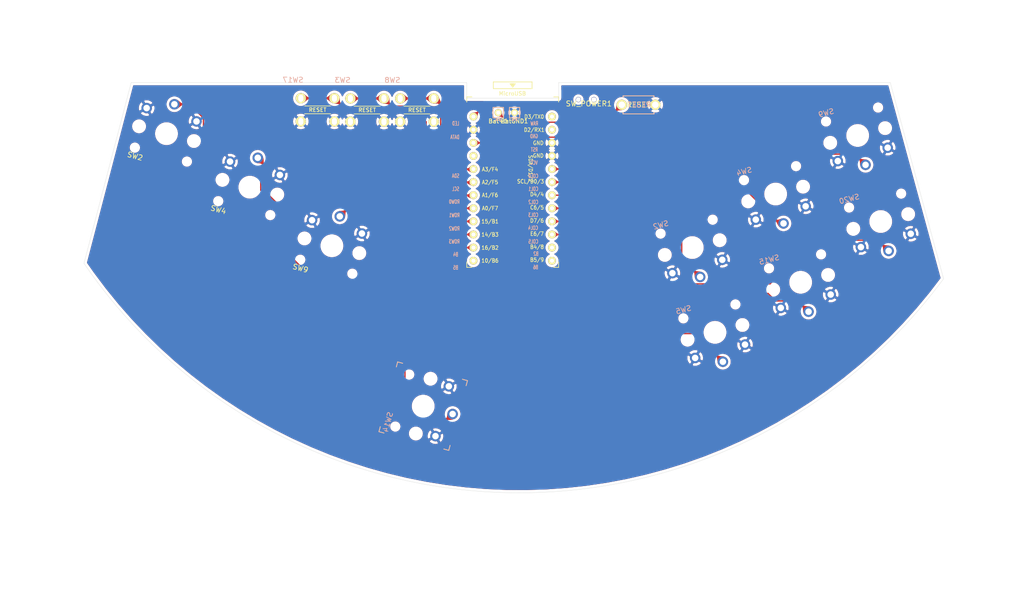
<source format=kicad_pcb>
(kicad_pcb (version 20210925) (generator pcbnew)
  (layers (0 "F.Cu" signal) (31 "B.Cu" signal) (34 "B.Paste" user) (35 "F.Paste" user) (36 "B.SilkS" user "B.Silkscreen") (37 "F.SilkS" user "F.Silkscreen") (38 "B.Mask" user) (39 "F.Mask" user) (44 "Edge.Cuts" user))
  (net 0 "")
  (net 1 "BT+")
  (net 2 "gnd")
  (net 3 "vcc")
  (net 4 "Switch18")
  (net 5 "reset")
  (net 6 "Switch1")
  (net 7 "Switch2")
  (net 8 "Switch3")
  (net 9 "Switch4")
  (net 10 "Switch5")
  (net 11 "Switch6")
  (net 12 "Switch7")
  (net 13 "Switch8")
  (net 14 "Switch9")
  (net 15 "Switch10")
  (net 16 "Switch11")
  (net 17 "Switch12")
  (net 18 "Switch13")
  (net 19 "Switch14")
  (net 20 "Switch15")
  (net 21 "Switch16")
  (net 22 "Switch17")
  (net 23 "Net-(SW_POWER1-Pad1)")
  (net 24 "raw")
  (footprint "kbd:1pin_conn" (layer "F.Cu") (at 104.902 67.31)
    (fp_text reference "Bat+1")
    (fp_text value "MountingHole_Pad" hide)
  )
  (footprint "kbd:1pin_conn" (layer "F.Cu") (at 108.052 67.31)
    (fp_text reference "BatGND1")
    (fp_text value "MountingHole_Pad" hide)
  )
  (footprint "kbd:ResetSW" (layer "F.Cu") (at 132.08 65.786)
    (fp_text reference "RSW1" hide)
    (fp_text value "SW_Push")
  )
  (footprint "Kailh:SW_PG1350_rev_DPB" (layer "F.Cu") (at 142.482497 93.462938 15)
    (fp_text reference "SW2" hide)
    (fp_text value "SW_Push" hide)
  )
  (footprint "kbd:ResetSW_4" (layer "F.Cu") (at 79.502 66.802)
    (fp_text reference "SW3" hide)
    (fp_text value "SW_Push" hide)
  )
  (footprint "Kailh:SW_PG1350_rev_DPB" (layer "F.Cu") (at 158.635327 83.086717 15)
    (fp_text reference "SW4" hide)
    (fp_text value "SW_Push" hide)
  )
  (footprint "Kailh:SW_PG1350_rev_DPB" (layer "F.Cu") (at 146.887079 109.901064 15)
    (fp_text reference "SW5" hide)
    (fp_text value "SW_Push" hide)
  )
  (footprint "kbd:ResetSW_4" (layer "F.Cu") (at 89.154 66.802)
    (fp_text reference "SW8" hide)
    (fp_text value "SW_Push" hide)
  )
  (footprint "Kailh:SW_PG1350_rev_DPB" (layer "F.Cu") (at 174.525198 71.729115 15)
    (fp_text reference "SW9" hide)
    (fp_text value "SW_Push" hide)
  )
  (footprint "Kailh:SW_PG1350_15_reversible_b2" (layer "F.Cu") (at 90.359769 124.210602 75)
    (fp_text reference "SW14" hide)
    (fp_text value "SW_Push" hide)
  )
  (footprint "Kailh:SW_PG1350_rev_DPB" (layer "F.Cu") (at 163.482475 100.195138 15)
    (fp_text reference "SW15" hide)
    (fp_text value "SW_Push" hide)
  )
  (footprint "kbd:ResetSW_4" (layer "F.Cu") (at 69.902 66.766)
    (fp_text reference "SW17" hide)
    (fp_text value "SW_Push" hide)
  )
  (footprint "Kailh:SW_PG1350_rev_DPB" (layer "F.Cu") (at 178.99552 88.412586 15)
    (fp_text reference "SW20" hide)
    (fp_text value "SW_Push" hide)
  )
  (footprint "Kailh:SPDT_C128955" (layer "F.Cu") (at 121.92 64.77)
    (fp_text reference "SW_POWER1")
    (fp_text value "SW_SPDT")
  )
  (footprint "kbd:ProMicro_v3" (layer "F.Cu") (at 107.696 82.55)
    (fp_text reference "U1" hide)
    (fp_text value "ProMicro-kbd" hide)
  )
  (footprint "Kailh:SW_PG1350_rev_DPB" (layer "B.Cu") (at 56.781327 81.759283 -15)
    (fp_text reference "SW4" hide)
    (fp_text value "SW_Push" hide)
  )
  (footprint "Kailh:SW_PG1350_rev_DPB" (layer "B.Cu") (at 72.671198 93.116885 -15)
    (fp_text reference "SW9" hide)
    (fp_text value "SW_Push" hide)
  )
  (footprint "Kailh:SW_PG1350_rev_DPB" (layer "B.Cu") (at 40.628497 71.383062 -15)
    (fp_text reference "SW2" hide)
    (fp_text value "SW_Push" hide)
  )
  (gr_line (start 116.586 61.468) (end 180.848 61.468) (layer "Edge.Cuts") (width 0.05))
  (gr_line (start 180.848 61.468) (end 191.174629 99.50355) (layer "Edge.Cuts") (width 0.05))
  (gr_line (start 33.782 61.468) (end 24.638 96.52) (layer "Edge.Cuts") (width 0.05))
  (gr_line (start 98.806 61.468) (end 98.806 64.516) (layer "Edge.Cuts") (width 0.05))
  (gr_arc (start 108.965999 38.862001) (end 24.638 96.52) (angle -109.2237194) (layer "Edge.Cuts") (width 0.05))
  (gr_line (start 98.806 61.468) (end 33.782 61.468) (layer "Edge.Cuts") (width 0.05))
  (gr_line (start 98.806 64.516) (end 116.586 64.516) (layer "Edge.Cuts") (width 0.05))
  (gr_line (start 116.586 64.516) (end 116.586 61.468) (layer "Edge.Cuts") (width 0.05))
  (segment (start 104.902 67.31) (end 106.751001 69.159001) (width 0.25) (layer "F.Cu") (net 1))
  (segment (start 106.751001 69.159001) (end 118.689001 69.159001) (width 0.25) (layer "F.Cu") (net 1))
  (segment (start 118.689001 69.159001) (end 119.054999 69.159001) (width 0.25) (layer "F.Cu") (net 1))
  (segment (start 119.730999 69.159001) (end 118.689001 69.159001) (width 0.25) (layer "F.Cu") (net 1))
  (segment (start 121.17 66.845) (end 121.17 67.72) (width 0.25) (layer "F.Cu") (net 1))
  (segment (start 121.17 67.72) (end 119.730999 69.159001) (width 0.25) (layer "F.Cu") (net 1))
  (segment (start 100.0874 73.152) (end 104.394 73.152) (width 0.25) (layer "F.Cu") (net 5))
  (segment (start 122.551001 72.064999) (end 128.83 65.786) (width 0.25) (layer "F.Cu") (net 5))
  (segment (start 104.394 73.152) (end 105.481001 72.064999) (width 0.25) (layer "F.Cu") (net 5))
  (segment (start 105.481001 72.064999) (end 122.551001 72.064999) (width 0.25) (layer "F.Cu") (net 5))
  (segment (start 119.126 88.392) (end 133.096 102.362) (width 0.25) (layer "F.Cu") (net 6))
  (segment (start 158.629656 103.81875) (end 162.934157 103.81875) (width 0.25) (layer "F.Cu") (net 6))
  (segment (start 115.3074 88.392) (end 119.126 88.392) (width 0.25) (layer "F.Cu") (net 6))
  (segment (start 157.172906 102.362) (end 158.629656 103.81875) (width 0.25) (layer "F.Cu") (net 6))
  (segment (start 162.934157 103.81875) (end 165.009507 105.8941) (width 0.25) (layer "F.Cu") (net 6))
  (segment (start 133.096 102.362) (end 157.172906 102.362) (width 0.25) (layer "F.Cu") (net 6))
  (segment (start 98.298 85.852) (end 75.764153 85.852) (width 0.25) (layer "F.Cu") (net 7))
  (segment (start 100.0874 85.852) (end 98.298 85.852) (width 0.25) (layer "F.Cu") (net 7))
  (segment (start 98.8174 85.852) (end 98.298 85.852) (width 0.25) (layer "F.Cu") (net 7))
  (segment (start 75.764153 85.852) (end 74.19823 87.417923) (width 0.25) (layer "F.Cu") (net 7))
  (segment (start 73.152 64.516) (end 66.652 64.516) (width 0.25) (layer "F.Cu") (net 8))
  (segment (start 75.184 66.548) (end 73.152 64.516) (width 0.25) (layer "F.Cu") (net 8))
  (segment (start 89.662 74.1566) (end 89.662 69.088) (width 0.25) (layer "F.Cu") (net 8))
  (segment (start 98.8174 83.312) (end 89.662 74.1566) (width 0.25) (layer "F.Cu") (net 8))
  (segment (start 87.122 66.548) (end 75.184 66.548) (width 0.25) (layer "F.Cu") (net 8))
  (segment (start 100.0874 83.312) (end 98.8174 83.312) (width 0.25) (layer "F.Cu") (net 8))
  (segment (start 89.662 69.088) (end 87.122 66.548) (width 0.25) (layer "F.Cu") (net 8))
  (segment (start 87.884 66.04) (end 84.24 66.04) (width 0.25) (layer "F.Cu") (net 9))
  (segment (start 98.8174 80.772) (end 90.932 72.8866) (width 0.25) (layer "F.Cu") (net 9))
  (segment (start 90.932 69.088) (end 87.884 66.04) (width 0.25) (layer "F.Cu") (net 9))
  (segment (start 90.932 72.8866) (end 90.932 69.088) (width 0.25) (layer "F.Cu") (net 9))
  (segment (start 76.252 64.552) (end 82.752 64.552) (width 0.25) (layer "F.Cu") (net 9))
  (segment (start 84.24 66.04) (end 82.752 64.552) (width 0.25) (layer "F.Cu") (net 9))
  (segment (start 100.0874 80.772) (end 98.8174 80.772) (width 0.25) (layer "F.Cu") (net 9))
  (segment (start 85.904 64.552) (end 92.404 64.552) (width 0.25) (layer "F.Cu") (net 10))
  (segment (start 93.729001 73.143601) (end 93.729001 65.877001) (width 0.25) (layer "F.Cu") (net 10))
  (segment (start 98.8174 78.232) (end 93.729001 73.143601) (width 0.25) (layer "F.Cu") (net 10))
  (segment (start 93.729001 65.877001) (end 92.404 64.552) (width 0.25) (layer "F.Cu") (net 10))
  (segment (start 100.0874 78.232) (end 98.8174 78.232) (width 0.25) (layer "F.Cu") (net 10))
  (segment (start 65.024 95.518759) (end 65.024 87.853203) (width 0.25) (layer "F.Cu") (net 11))
  (segment (start 98.8174 88.392) (end 98.552 88.392) (width 0.25) (layer "F.Cu") (net 11))
  (segment (start 76.454 100.838) (end 70.343241 100.838) (width 0.25) (layer "F.Cu") (net 11))
  (segment (start 98.552 88.392) (end 88.9 88.392) (width 0.25) (layer "F.Cu") (net 11))
  (segment (start 59.324358 82.153561) (end 59.324358 77.07632) (width 0.25) (layer "F.Cu") (net 11))
  (segment (start 100.0874 88.392) (end 98.552 88.392) (width 0.25) (layer "F.Cu") (net 11))
  (segment (start 59.324358 77.07632) (end 58.308359 76.060321) (width 0.25) (layer "F.Cu") (net 11))
  (segment (start 88.9 88.392) (end 76.454 100.838) (width 0.25) (layer "F.Cu") (net 11))
  (segment (start 70.343241 100.838) (end 65.024 95.518759) (width 0.25) (layer "F.Cu") (net 11))
  (segment (start 65.024 87.853203) (end 59.324358 82.153561) (width 0.25) (layer "F.Cu") (net 11))
  (segment (start 88.392 90.932) (end 98.298 90.932) (width 0.25) (layer "F.Cu") (net 12))
  (segment (start 47.78264 72.42064) (end 52.10064 72.42064) (width 0.25) (layer "F.Cu") (net 12))
  (segment (start 98.298 90.932) (end 98.8174 90.932) (width 0.25) (layer "F.Cu") (net 12))
  (segment (start 58.874349 82.339962) (end 64.57399 88.039603) (width 0.25) (layer "F.Cu") (net 12))
  (segment (start 64.57399 88.039603) (end 64.57399 95.70516) (width 0.25) (layer "F.Cu") (net 12))
  (segment (start 47.78264 68.362958) (end 47.78264 72.42064) (width 0.25) (layer "F.Cu") (net 12))
  (segment (start 45.103782 65.6841) (end 47.78264 68.362958) (width 0.25) (layer "F.Cu") (net 12))
  (segment (start 75.49599 101.28801) (end 78.03599 101.28801) (width 0.25) (layer "F.Cu") (net 12))
  (segment (start 100.0874 90.932) (end 98.298 90.932) (width 0.25) (layer "F.Cu") (net 12))
  (segment (start 52.10064 72.42064) (end 58.874348 79.194348) (width 0.25) (layer "F.Cu") (net 12))
  (segment (start 78.03599 101.28801) (end 88.392 90.932) (width 0.25) (layer "F.Cu") (net 12))
  (segment (start 58.874348 79.194348) (end 58.874349 82.339962) (width 0.25) (layer "F.Cu") (net 12))
  (segment (start 75.493415 101.290585) (end 75.49599 101.28801) (width 0.25) (layer "F.Cu") (net 12))
  (segment (start 64.57399 95.70516) (end 70.159415 101.290585) (width 0.25) (layer "F.Cu") (net 12))
  (segment (start 42.155529 65.6841) (end 45.103782 65.6841) (width 0.25) (layer "F.Cu") (net 12))
  (segment (start 70.159415 101.290585) (end 75.493415 101.290585) (width 0.25) (layer "F.Cu") (net 12))
  (segment (start 86.833615 102.650385) (end 86.833615 125.949615) (width 0.25) (layer "F.Cu") (net 13))
  (segment (start 87.637633 126.753633) (end 95.042732 126.753633) (width 0.25) (layer "F.Cu") (net 13))
  (segment (start 95.042732 126.753633) (end 96.058731 125.737634) (width 0.25) (layer "F.Cu") (net 13))
  (segment (start 98.552 93.472) (end 96.012 93.472) (width 0.25) (layer "F.Cu") (net 13))
  (segment (start 86.833615 125.949615) (end 87.637633 126.753633) (width 0.25) (layer "F.Cu") (net 13))
  (segment (start 96.012 93.472) (end 86.833615 102.650385) (width 0.25) (layer "F.Cu") (net 13))
  (segment (start 98.8174 93.472) (end 98.552 93.472) (width 0.25) (layer "F.Cu") (net 13))
  (segment (start 100.0874 93.472) (end 98.552 93.472) (width 0.25) (layer "F.Cu") (net 13))
  (segment (start 145.288 78.232) (end 148.167273 75.352727) (width 0.25) (layer "F.Cu") (net 16))
  (segment (start 173.97688 75.352727) (end 176.05223 77.428077) (width 0.25) (layer "F.Cu") (net 16))
  (segment (start 148.167273 75.352727) (end 173.97688 75.352727) (width 0.25) (layer "F.Cu") (net 16))
  (segment (start 117.094 78.232) (end 145.288 78.232) (width 0.25) (layer "F.Cu") (net 16))
  (segment (start 115.3074 78.232) (end 117.094 78.232) (width 0.25) (layer "F.Cu") (net 16))
  (segment (start 159.338526 88.785679) (end 160.162359 88.785679) (width 0.25) (layer "F.Cu") (net 17))
  (segment (start 151.324847 80.772) (end 159.338526 88.785679) (width 0.25) (layer "F.Cu") (net 17))
  (segment (start 116.84 80.772) (end 151.324847 80.772) (width 0.25) (layer "F.Cu") (net 17))
  (segment (start 115.3074 80.772) (end 116.84 80.772) (width 0.25) (layer "F.Cu") (net 17))
  (segment (start 140.442996 89.134996) (end 140.442996 95.595367) (width 0.25) (layer "F.Cu") (net 18))
  (segment (start 140.442996 95.595367) (end 144.009529 99.1619) (width 0.25) (layer "F.Cu") (net 18))
  (segment (start 115.3074 83.312) (end 134.62 83.312) (width 0.25) (layer "F.Cu") (net 18))
  (segment (start 134.62 83.312) (end 140.442996 89.134996) (width 0.25) (layer "F.Cu") (net 18))
  (segment (start 166.011994 92.036198) (end 178.447202 92.036198) (width 0.25) (layer "F.Cu") (net 19))
  (segment (start 178.447202 92.036198) (end 180.522552 94.111548) (width 0.25) (layer "F.Cu") (net 19))
  (segment (start 118.364 85.852) (end 133.014901 100.502901) (width 0.25) (layer "F.Cu") (net 19))
  (segment (start 115.3074 85.852) (end 118.364 85.852) (width 0.25) (layer "F.Cu") (net 19))
  (segment (start 133.014901 100.502901) (end 157.545291 100.502901) (width 0.25) (layer "F.Cu") (net 19))
  (segment (start 157.545291 100.502901) (end 166.011994 92.036198) (width 0.25) (layer "F.Cu") (net 19))
  (segment (start 115.3074 90.932) (end 120.65 90.932) (width 0.25) (layer "F.Cu") (net 20))
  (segment (start 142.962753 110.148668) (end 148.414111 115.600026) (width 0.25) (layer "F.Cu") (net 20))
  (segment (start 120.65 90.932) (end 139.866668 110.148668) (width 0.25) (layer "F.Cu") (net 20))
  (segment (start 139.866668 110.148668) (end 142.962753 110.148668) (width 0.25) (layer "F.Cu") (net 20))
  (segment (start 100.0874 68.072) (end 102.3734 65.786) (width 0.25) (layer "F.Cu") (net 24))
  (segment (start 117.709998 66.845) (end 119.67 66.845) (width 0.25) (layer "F.Cu") (net 24))
  (segment (start 116.650998 65.786) (end 117.709998 66.845) (width 0.25) (layer "F.Cu") (net 24))
  (segment (start 102.3734 65.786) (end 116.650998 65.786) (width 0.25) (layer "F.Cu") (net 24))
  (zone (net 2) (net_name "gnd") (layer "F.Cu") (connect_pads (clearance 0.508)) (min_thickness 0.254) (fill yes (thermal_gap 0.508) (thermal_bridge_width 0.508))
    (polygon (pts (xy 206.756 116.332) (xy 170.18 155.956) (xy 107.696 162.052) (xy 15.494 129.286) (xy 15.494 51.054) (xy 188.722 45.466)))
  )
  (zone (net 12) (net_name "Switch7") (layer "F.Cu") (priority 16962) (connect_pads yes (clearance 0.2)) (min_thickness 0.0254) (fill yes (thermal_gap 0.508) (thermal_bridge_width 0.508))
    (polygon (pts (xy 98.5654 91.057) (xy 98.744465 91.065887) (xy 98.891671 91.091093) (xy 99.013959 91.130431) (xy 99.11827 91.181713) (xy 99.211542 91.242754) (xy 99.300717 91.311366) (xy 99.392735 91.385364) (xy 99.494537 91.462559) (xy 99.613062 91.540767) (xy 99.755252 91.6178) (xy 100.4684 90.932) (xy 99.755252 90.2462) (xy 99.613062 90.323232) (xy 99.494537 90.40144) (xy 99.392735 90.478635) (xy 99.300717 90.552633) (xy 99.211542 90.621245) (xy 99.11827 90.682286) (xy 99.013959 90.733568) (xy 98.891671 90.772906) (xy 98.744465 90.798112) (xy 98.5654 90.807)))
  )
  (zone (net 18) (net_name "Switch13") (layer "F.Cu") (priority 16962) (connect_pads yes (clearance 0.2)) (min_thickness 0.0254) (fill yes (thermal_gap 0.508) (thermal_bridge_width 0.508))
    (polygon (pts (xy 142.488544 97.817691) (xy 142.649298 97.996661) (xy 142.762397 98.161272) (xy 142.83699 98.315974) (xy 142.882231 98.465218) (xy 142.907272 98.613456) (xy 142.921265 98.765137) (xy 142.933362 98.924714) (xy 142.952715 99.096637) (xy 142.988477 99.285357) (xy 143.049799 99.495326) (xy 144.368739 99.52111) (xy 144.342955 98.20217) (xy 144.132986 98.140848) (xy 143.944266 98.105086) (xy 143.772343 98.085733) (xy 143.612766 98.073636) (xy 143.461085 98.059643) (xy 143.312847 98.034602) (xy 143.163603 97.989361) (xy 143.008901 97.914768) (xy 142.84429 97.801669) (xy 142.66532 97.640915)))
  )
  (zone (net 5) (net_name "reset") (layer "F.Cu") (priority 16962) (connect_pads yes (clearance 0.2)) (min_thickness 0.0254) (fill yes (thermal_gap 0.508) (thermal_bridge_width 0.508))
    (polygon (pts (xy 127.511247 67.28153) (xy 127.686945 67.123719) (xy 127.848557 67.012692) (xy 128.000448 66.939464) (xy 128.146982 66.895053) (xy 128.292526 66.870473) (xy 128.441444 66.856741) (xy 128.598103 66.844874) (xy 128.766867 66.825886) (xy 128.952103 66.790795) (xy 129.158175 66.730616) (xy 129.183553 65.432447) (xy 127.885384 65.457825) (xy 127.825204 65.663896) (xy 127.790113 65.849132) (xy 127.771125 66.017896) (xy 127.759258 66.174555) (xy 127.745526 66.323473) (xy 127.720946 66.469017) (xy 127.676535 66.615551) (xy 127.603307 66.767442) (xy 127.49228 66.929054) (xy 127.33447 67.104753)))
  )
  (zone (net 12) (net_name "Switch7") (layer "F.Cu") (priority 16962) (connect_pads yes (clearance 0.2)) (min_thickness 0.0254) (fill yes (thermal_gap 0.508) (thermal_bridge_width 0.508))
    (polygon (pts (xy 44.181529 65.5591) (xy 43.941306 65.546219) (xy 43.744936 65.509794) (xy 43.582799 65.453149) (xy 43.445277 65.379608) (xy 43.322751 65.292495) (xy 43.205601 65.195134) (xy 43.084209 65.09085) (xy 42.948956 64.982967) (xy 42.790224 64.874808) (xy 42.598393 64.7697) (xy 41.647529 65.6841) (xy 42.598393 66.5985) (xy 42.790224 66.493391) (xy 42.948956 66.385232) (xy 43.084209 66.277349) (xy 43.205601 66.173065) (xy 43.322751 66.075704) (xy 43.445277 65.988591) (xy 43.582799 65.91505) (xy 43.744936 65.858405) (xy 43.941306 65.82198) (xy 44.181529 65.8091)))
  )
  (zone (net 9) (net_name "Switch4") (layer "F.Cu") (priority 16962) (connect_pads yes (clearance 0.2)) (min_thickness 0.0254) (fill yes (thermal_gap 0.508) (thermal_bridge_width 0.508))
    (polygon (pts (xy 98.54375 80.675127) (xy 98.686159 80.813485) (xy 98.810708 80.925774) (xy 98.922322 81.016763) (xy 99.025927 81.091219) (xy 99.126451 81.153911) (xy 99.228818 81.209608) (xy 99.337955 81.263076) (xy 99.458789 81.319086) (xy 99.596246 81.382404) (xy 99.755252 81.4578) (xy 100.4684 80.772) (xy 99.755252 80.0862) (xy 99.629688 80.160303) (xy 99.516004 80.24893) (xy 99.411585 80.343894) (xy 99.313818 80.437007) (xy 99.220089 80.520083) (xy 99.127784 80.584935) (xy 99.03429 80.623374) (xy 98.936991 80.627215) (xy 98.833274 80.588269) (xy 98.720527 80.49835)))
  )
  (zone (net 8) (net_name "Switch3") (layer "F.Cu") (priority 16962) (connect_pads yes (clearance 0.2)) (min_thickness 0.0254) (fill yes (thermal_gap 0.508) (thermal_bridge_width 0.508))
    (polygon (pts (xy 71.162 64.641) (xy 71.397827 64.653648) (xy 71.590612 64.689417) (xy 71.749794 64.74504) (xy 71.884813 64.817252) (xy 72.005109 64.902787) (xy 72.12012 64.998379) (xy 72.239287 65.100762) (xy 72.372047 65.20667) (xy 72.527842 65.312838) (xy 72.716111 65.416) (xy 73.652 64.516) (xy 72.716111 63.616) (xy 72.527842 63.719161) (xy 72.372047 63.825329) (xy 72.239287 63.931237) (xy 72.12012 64.03362) (xy 72.005109 64.129212) (xy 71.884813 64.214747) (xy 71.749794 64.286959) (xy 71.590612 64.342582) (xy 71.397827 64.378351) (xy 71.162 64.391)))
  )
  (zone (net 13) (net_name "Switch8") (layer "F.Cu") (priority 16962) (connect_pads yes (clearance 0.2)) (min_thickness 0.0254) (fill yes (thermal_gap 0.508) (thermal_bridge_width 0.508))
    (polygon (pts (xy 94.443572 126.878633) (xy 94.713797 126.881239) (xy 94.943353 126.887093) (xy 95.14121 126.893249) (xy 95.316339 126.896762) (xy 95.477711 126.894686) (xy 95.634294 126.884075) (xy 95.79506 126.861983) (xy 95.968979 126.825464) (xy 96.165021 126.771573) (xy 96.392157 126.697364) (xy 96.417941 125.378424) (xy 95.099001 125.404208) (xy 95.050335 125.579711) (xy 95.019969 125.75471) (xy 94.999632 125.924971) (xy 94.981057 126.086262) (xy 94.955976 126.234352) (xy 94.916119 126.365006) (xy 94.853218 126.473994) (xy 94.759006 126.557083) (xy 94.625213 126.61004) (xy 94.443572 126.628633)))
  )
  (zone (net 8) (net_name "Switch3") (layer "F.Cu") (priority 16962) (connect_pads yes (clearance 0.2)) (min_thickness 0.0254) (fill yes (thermal_gap 0.508) (thermal_bridge_width 0.508))
    (polygon (pts (xy 68.642 64.391) (xy 68.406172 64.378351) (xy 68.213387 64.342582) (xy 68.054205 64.286959) (xy 67.919186 64.214747) (xy 67.79889 64.129212) (xy 67.683879 64.03362) (xy 67.564712 63.931237) (xy 67.431952 63.825329) (xy 67.276157 63.719161) (xy 67.087889 63.616) (xy 66.152 64.516) (xy 67.087889 65.416) (xy 67.276157 65.312838) (xy 67.431952 65.20667) (xy 67.564712 65.100762) (xy 67.683879 64.998379) (xy 67.79889 64.902787) (xy 67.919186 64.817252) (xy 68.054205 64.74504) (xy 68.213387 64.689417) (xy 68.406172 64.653648) (xy 68.642 64.641)))
  )
  (zone (net 11) (net_name "Switch6") (layer "F.Cu") (priority 16962) (connect_pads yes (clearance 0.2)) (min_thickness 0.0254) (fill yes (thermal_gap 0.508) (thermal_bridge_width 0.508))
    (polygon (pts (xy 98.5654 88.517) (xy 98.744465 88.525887) (xy 98.891671 88.551093) (xy 99.013959 88.590431) (xy 99.11827 88.641713) (xy 99.211542 88.702754) (xy 99.300717 88.771366) (xy 99.392735 88.845364) (xy 99.494537 88.922559) (xy 99.613062 89.000767) (xy 99.755252 89.0778) (xy 100.4684 88.392) (xy 99.755252 87.7062) (xy 99.613062 87.783232) (xy 99.494537 87.86144) (xy 99.392735 87.938635) (xy 99.300717 88.012633) (xy 99.211542 88.081245) (xy 99.11827 88.142286) (xy 99.013959 88.193568) (xy 98.891671 88.232906) (xy 98.744465 88.258112) (xy 98.5654 88.267)))
  )
  (zone (net 24) (net_name "raw") (layer "F.Cu") (priority 16962) (connect_pads yes (clearance 0.2)) (min_thickness 0.0254) (fill yes (thermal_gap 0.508) (thermal_bridge_width 0.508))
    (polygon (pts (xy 101.075228 66.907396) (xy 100.942325 67.027729) (xy 100.820411 67.113996) (xy 100.706124 67.172651) (xy 100.596104 67.210147) (xy 100.486988 67.232939) (xy 100.375416 67.247479) (xy 100.258025 67.260221) (xy 100.131455 67.27762) (xy 99.992344 67.306129) (xy 99.837331 67.352202) (xy 99.817993 68.341407) (xy 100.807198 68.322069) (xy 100.85327 68.167055) (xy 100.881779 68.027944) (xy 100.899178 67.901374) (xy 100.91192 67.783983) (xy 100.92646 67.672411) (xy 100.949252 67.563295) (xy 100.986748 67.453275) (xy 101.045403 67.338988) (xy 101.13167 67.217074) (xy 101.252004 67.084172)))
  )
  (zone (net 6) (net_name "Switch1") (layer "F.Cu") (priority 16962) (connect_pads yes (clearance 0.2)) (min_thickness 0.0254) (fill yes (thermal_gap 0.508) (thermal_bridge_width 0.508))
    (polygon (pts (xy 163.488522 104.549891) (xy 163.649276 104.728861) (xy 163.762375 104.893472) (xy 163.836968 105.048174) (xy 163.882209 105.197418) (xy 163.90725 105.345656) (xy 163.921243 105.497337) (xy 163.93334 105.656914) (xy 163.952693 105.828837) (xy 163.988455 106.017557) (xy 164.049777 106.227526) (xy 165.368717 106.25331) (xy 165.342933 104.93437) (xy 165.132964 104.873048) (xy 164.944244 104.837286) (xy 164.772321 104.817933) (xy 164.612744 104.805836) (xy 164.461063 104.791843) (xy 164.312825 104.766802) (xy 164.163581 104.721561) (xy 164.008879 104.646968) (xy 163.844268 104.533869) (xy 163.665298 104.373115)))
  )
  (zone (net 7) (net_name "Switch2") (layer "F.Cu") (priority 16962) (connect_pads yes (clearance 0.2)) (min_thickness 0.0254) (fill yes (thermal_gap 0.508) (thermal_bridge_width 0.508))
    (polygon (pts (xy 75.542439 85.896938) (xy 75.363468 86.057692) (xy 75.198857 86.170791) (xy 75.044155 86.245384) (xy 74.894911 86.290625) (xy 74.746673 86.315666) (xy 74.594992 86.329659) (xy 74.435415 86.341756) (xy 74.263492 86.361109) (xy 74.074772 86.396871) (xy 73.864804 86.458193) (xy 73.83902 87.777133) (xy 75.15796 87.751349) (xy 75.219281 87.54138) (xy 75.255043 87.35266) (xy 75.274396 87.180737) (xy 75.286493 87.02116) (xy 75.300486 86.869479) (xy 75.325527 86.721241) (xy 75.370768 86.571997) (xy 75.445361 86.417295) (xy 75.55846 86.252684) (xy 75.719215 86.073714)))
  )
  (zone (net 9) (net_name "Switch4") (layer "F.Cu") (priority 16962) (connect_pads yes (clearance 0.2)) (min_thickness 0.0254) (fill yes (thermal_gap 0.508) (thermal_bridge_width 0.508))
    (polygon (pts (xy 80.762 64.677) (xy 80.997827 64.689648) (xy 81.190612 64.725417) (xy 81.349794 64.78104) (xy 81.484813 64.853252) (xy 81.605109 64.938787) (xy 81.72012 65.034379) (xy 81.839287 65.136762) (xy 81.972047 65.24267) (xy 82.127842 65.348838) (xy 82.316111 65.452) (xy 83.252 64.552) (xy 82.316111 63.652) (xy 82.127842 63.755161) (xy 81.972047 63.861329) (xy 81.839287 63.967237) (xy 81.72012 64.06962) (xy 81.605109 64.165212) (xy 81.484813 64.250747) (xy 81.349794 64.322959) (xy 81.190612 64.378582) (xy 80.997827 64.414351) (xy 80.762 64.427)))
  )
  (zone (net 1) (net_name "BT+") (layer "F.Cu") (priority 16962) (connect_pads yes (clearance 0.2)) (min_thickness 0.0254) (fill yes (thermal_gap 0.508) (thermal_bridge_width 0.508))
    (polygon (pts (xy 105.972205 68.203428) (xy 105.86267 68.082686) (xy 105.783778 67.971986) (xy 105.729745 67.868269) (xy 105.694787 67.768475) (xy 105.673124 67.669544) (xy 105.658971 67.568418) (xy 105.646546 67.462037) (xy 105.630067 67.347341) (xy 105.60375 67.221272) (xy 105.561814 67.08077) (xy 104.655043 67.063043) (xy 104.67277 67.969814) (xy 104.813272 68.01175) (xy 104.939341 68.038067) (xy 105.054037 68.054546) (xy 105.160418 68.066971) (xy 105.261544 68.081124) (xy 105.360475 68.102787) (xy 105.460269 68.137745) (xy 105.563986 68.191778) (xy 105.674686 68.27067) (xy 105.795428 68.380205)))
  )
  (zone (net 10) (net_name "Switch5") (layer "F.Cu") (priority 16962) (connect_pads yes (clearance 0.2)) (min_thickness 0.0254) (fill yes (thermal_gap 0.508) (thermal_bridge_width 0.508))
    (polygon (pts (xy 90.414 64.677) (xy 90.649827 64.689648) (xy 90.842612 64.725417) (xy 91.001794 64.78104) (xy 91.136813 64.853252) (xy 91.257109 64.938787) (xy 91.37212 65.034379) (xy 91.491287 65.136762) (xy 91.624047 65.24267) (xy 91.779842 65.348838) (xy 91.968111 65.452) (xy 92.904 64.552) (xy 91.968111 63.652) (xy 91.779842 63.755161) (xy 91.624047 63.861329) (xy 91.491287 63.967237) (xy 91.37212 64.06962) (xy 91.257109 64.165212) (xy 91.136813 64.250747) (xy 91.001794 64.322959) (xy 90.842612 64.378582) (xy 90.649827 64.414351) (xy 90.414 64.427)))
  )
  (zone (net 19) (net_name "Switch14") (layer "F.Cu") (priority 16962) (connect_pads yes (clearance 0.2)) (min_thickness 0.0254) (fill yes (thermal_gap 0.508) (thermal_bridge_width 0.508))
    (polygon (pts (xy 116.8294 85.727) (xy 116.650334 85.718112) (xy 116.503128 85.692906) (xy 116.38084 85.653568) (xy 116.276529 85.602286) (xy 116.183257 85.541245) (xy 116.094082 85.472633) (xy 116.002064 85.398635) (xy 115.900262 85.32144) (xy 115.781737 85.243232) (xy 115.639548 85.1662) (xy 114.9264 85.852) (xy 115.639548 86.5378) (xy 115.781737 86.460767) (xy 115.900262 86.382559) (xy 116.002064 86.305364) (xy 116.094082 86.231366) (xy 116.183257 86.162754) (xy 116.276529 86.101713) (xy 116.38084 86.050431) (xy 116.503128 86.011093) (xy 116.650334 85.985887) (xy 116.8294 85.977)))
  )
  (zone (net 8) (net_name "Switch3") (layer "F.Cu") (priority 16962) (connect_pads yes (clearance 0.2)) (min_thickness 0.0254) (fill yes (thermal_gap 0.508) (thermal_bridge_width 0.508))
    (polygon (pts (xy 74.64753 65.834753) (xy 74.489719 65.659054) (xy 74.378692 65.497442) (xy 74.305464 65.345551) (xy 74.261053 65.199017) (xy 74.236473 65.053473) (xy 74.222741 64.904555) (xy 74.210874 64.747896) (xy 74.191886 64.579132) (xy 74.156795 64.393896) (xy 74.096616 64.187825) (xy 72.798447 64.162447) (xy 72.823825 65.460616) (xy 73.029896 65.520795) (xy 73.215132 65.555886) (xy 73.383896 65.574874) (xy 73.540555 65.586741) (xy 73.689473 65.600473) (xy 73.835017 65.625053) (xy 73.981551 65.669464) (xy 74.133442 65.742692) (xy 74.295054 65.853719) (xy 74.470753 66.01153)))
  )
  (zone (net 19) (net_name "Switch14") (layer "F.Cu") (priority 16962) (connect_pads yes (clearance 0.2)) (min_thickness 0.0254) (fill yes (thermal_gap 0.508) (thermal_bridge_width 0.508))
    (polygon (pts (xy 179.001567 92.767339) (xy 179.162321 92.946309) (xy 179.27542 93.11092) (xy 179.350013 93.265622) (xy 179.395254 93.414866) (xy 179.420295 93.563104) (xy 179.434288 93.714785) (xy 179.446385 93.874362) (xy 179.465738 94.046285) (xy 179.5015 94.235005) (xy 179.562822 94.444974) (xy 180.881762 94.470758) (xy 180.855978 93.151818) (xy 180.646009 93.090496) (xy 180.457289 93.054734) (xy 180.285366 93.035381) (xy 180.125789 93.023284) (xy 179.974108 93.009291) (xy 179.82587 92.98425) (xy 179.676626 92.939009) (xy 179.521924 92.864416) (xy 179.357313 92.751317) (xy 179.178343 92.590563)))
  )
  (zone (net 20) (net_name "Switch15") (layer "F.Cu") (priority 16962) (connect_pads yes (clearance 0.2)) (min_thickness 0.0254) (fill yes (thermal_gap 0.508) (thermal_bridge_width 0.508))
    (polygon (pts (xy 146.893126 114.255817) (xy 147.05388 114.434787) (xy 147.166979 114.599398) (xy 147.241572 114.7541) (xy 147.286813 114.903344) (xy 147.311854 115.051582) (xy 147.325847 115.203263) (xy 147.337944 115.36284) (xy 147.357297 115.534763) (xy 147.393059 115.723483) (xy 147.454381 115.933452) (xy 148.773321 115.959236) (xy 148.747537 114.640296) (xy 148.537568 114.578974) (xy 148.348848 114.543212) (xy 148.176925 114.523859) (xy 148.017348 114.511762) (xy 147.865667 114.497769) (xy 147.717429 114.472728) (xy 147.568185 114.427487) (xy 147.413483 114.352894) (xy 147.248872 114.239795) (xy 147.069902 114.079041)))
  )
  (zone (net 17) (net_name "Switch12") (layer "F.Cu") (priority 16962) (connect_pads yes (clearance 0.2)) (min_thickness 0.0254) (fill yes (thermal_gap 0.508) (thermal_bridge_width 0.508))
    (polygon (pts (xy 116.8294 80.647) (xy 116.650334 80.638112) (xy 116.503128 80.612906) (xy 116.38084 80.573568) (xy 116.276529 80.522286) (xy 116.183257 80.461245) (xy 116.094082 80.392633) (xy 116.002064 80.318635) (xy 115.900262 80.24144) (xy 115.781737 80.163232) (xy 115.639548 80.0862) (xy 114.9264 80.772) (xy 115.639548 81.4578) (xy 115.781737 81.380767) (xy 115.900262 81.302559) (xy 116.002064 81.225364) (xy 116.094082 81.151366) (xy 116.183257 81.082754) (xy 116.276529 81.021713) (xy 116.38084 80.970431) (xy 116.503128 80.931093) (xy 116.650334 80.905887) (xy 116.8294 80.897)))
  )
  (zone (net 20) (net_name "Switch15") (layer "F.Cu") (priority 16962) (connect_pads yes (clearance 0.2)) (min_thickness 0.0254) (fill yes (thermal_gap 0.508) (thermal_bridge_width 0.508))
    (polygon (pts (xy 116.8294 90.807) (xy 116.650334 90.798112) (xy 116.503128 90.772906) (xy 116.38084 90.733568) (xy 116.276529 90.682286) (xy 116.183257 90.621245) (xy 116.094082 90.552633) (xy 116.002064 90.478635) (xy 115.900262 90.40144) (xy 115.781737 90.323232) (xy 115.639548 90.2462) (xy 114.9264 90.932) (xy 115.639548 91.6178) (xy 115.781737 91.540767) (xy 115.900262 91.462559) (xy 116.002064 91.385364) (xy 116.094082 91.311366) (xy 116.183257 91.242754) (xy 116.276529 91.181713) (xy 116.38084 91.130431) (xy 116.503128 91.091093) (xy 116.650334 91.065887) (xy 116.8294 91.057)))
  )
  (zone (net 8) (net_name "Switch3") (layer "F.Cu") (priority 16962) (connect_pads yes (clearance 0.2)) (min_thickness 0.0254) (fill yes (thermal_gap 0.508) (thermal_bridge_width 0.508))
    (polygon (pts (xy 98.54375 83.215127) (xy 98.686159 83.353485) (xy 98.810708 83.465774) (xy 98.922322 83.556763) (xy 99.025927 83.631219) (xy 99.126451 83.693911) (xy 99.228818 83.749608) (xy 99.337955 83.803076) (xy 99.458789 83.859086) (xy 99.596246 83.922404) (xy 99.755252 83.9978) (xy 100.4684 83.312) (xy 99.755252 82.6262) (xy 99.629688 82.700303) (xy 99.516004 82.78893) (xy 99.411585 82.883894) (xy 99.313818 82.977007) (xy 99.220089 83.060083) (xy 99.127784 83.124935) (xy 99.03429 83.163374) (xy 98.936991 83.167215) (xy 98.833274 83.128269) (xy 98.720527 83.03835)))
  )
  (zone (net 10) (net_name "Switch5") (layer "F.Cu") (priority 16962) (connect_pads yes (clearance 0.2)) (min_thickness 0.0254) (fill yes (thermal_gap 0.508) (thermal_bridge_width 0.508))
    (polygon (pts (xy 87.894 64.427) (xy 87.658172 64.414351) (xy 87.465387 64.378582) (xy 87.306205 64.322959) (xy 87.171186 64.250747) (xy 87.05089 64.165212) (xy 86.935879 64.06962) (xy 86.816712 63.967237) (xy 86.683952 63.861329) (xy 86.528157 63.755161) (xy 86.339889 63.652) (xy 85.404 64.552) (xy 86.339889 65.452) (xy 86.528157 65.348838) (xy 86.683952 65.24267) (xy 86.816712 65.136762) (xy 86.935879 65.034379) (xy 87.05089 64.938787) (xy 87.171186 64.853252) (xy 87.306205 64.78104) (xy 87.465387 64.725417) (xy 87.658172 64.689648) (xy 87.894 64.677)))
  )
  (zone (net 5) (net_name "reset") (layer "F.Cu") (priority 16962) (connect_pads yes (clearance 0.2)) (min_thickness 0.0254) (fill yes (thermal_gap 0.508) (thermal_bridge_width 0.508))
    (polygon (pts (xy 101.6094 73.027) (xy 101.430334 73.018112) (xy 101.283128 72.992906) (xy 101.16084 72.953568) (xy 101.056529 72.902286) (xy 100.963257 72.841245) (xy 100.874082 72.772633) (xy 100.782064 72.698635) (xy 100.680262 72.62144) (xy 100.561737 72.543232) (xy 100.419548 72.4662) (xy 99.7064 73.152) (xy 100.419548 73.8378) (xy 100.561737 73.760767) (xy 100.680262 73.682559) (xy 100.782064 73.605364) (xy 100.874082 73.531366) (xy 100.963257 73.462754) (xy 101.056529 73.401713) (xy 101.16084 73.350431) (xy 101.283128 73.311093) (xy 101.430334 73.285887) (xy 101.6094 73.277)))
  )
  (zone (net 17) (net_name "Switch12") (layer "F.Cu") (priority 16962) (connect_pads yes (clearance 0.2)) (min_thickness 0.0254) (fill yes (thermal_gap 0.508) (thermal_bridge_width 0.508))
    (polygon (pts (xy 158.354942 87.978871) (xy 158.543727 88.184818) (xy 158.686805 88.373611) (xy 158.795685 88.548106) (xy 158.881878 88.711158) (xy 158.956894 88.865623) (xy 159.032243 89.014357) (xy 159.119435 89.160215) (xy 159.229979 89.306052) (xy 159.375386 89.454724) (xy 159.567167 89.609087) (xy 160.662612 88.874057) (xy 159.885331 87.808177) (xy 159.72016 87.860658) (xy 159.568963 87.916272) (xy 159.428982 87.969418) (xy 159.297462 88.014499) (xy 159.171648 88.045915) (xy 159.048784 88.05807) (xy 158.926114 88.045363) (xy 158.800884 88.002197) (xy 158.670337 87.922974) (xy 158.531718 87.802095)))
  )
  (zone (net 16) (net_name "Switch11") (layer "F.Cu") (priority 16962) (connect_pads yes (clearance 0.2)) (min_thickness 0.0254) (fill yes (thermal_gap 0.508) (thermal_bridge_width 0.508))
    (polygon (pts (xy 174.531245 76.083868) (xy 174.691999 76.262838) (xy 174.805098 76.427449) (xy 174.879691 76.582151) (xy 174.924932 76.731395) (xy 174.949973 76.879633) (xy 174.963966 77.031314) (xy 174.976063 77.190891) (xy 174.995416 77.362814) (xy 175.031178 77.551534) (xy 175.0925 77.761503) (xy 176.41144 77.787287) (xy 176.385656 76.468347) (xy 176.175687 76.407025) (xy 175.986967 76.371263) (xy 175.815044 76.35191) (xy 175.655467 76.339813) (xy 175.503786 76.32582) (xy 175.355548 76.300779) (xy 175.206304 76.255538) (xy 175.051602 76.180945) (xy 174.886991 76.067846) (xy 174.708021 75.907092)))
  )
  (zone (net 16) (net_name "Switch11") (layer "F.Cu") (priority 16962) (connect_pads yes (clearance 0.2)) (min_thickness 0.0254) (fill yes (thermal_gap 0.508) (thermal_bridge_width 0.508))
    (polygon (pts (xy 116.8294 78.107) (xy 116.650334 78.098112) (xy 116.503128 78.072906) (xy 116.38084 78.033568) (xy 116.276529 77.982286) (xy 116.183257 77.921245) (xy 116.094082 77.852633) (xy 116.002064 77.778635) (xy 115.900262 77.70144) (xy 115.781737 77.623232) (xy 115.639548 77.5462) (xy 114.9264 78.232) (xy 115.639548 78.9178) (xy 115.781737 78.840767) (xy 115.900262 78.762559) (xy 116.002064 78.685364) (xy 116.094082 78.611366) (xy 116.183257 78.542754) (xy 116.276529 78.481713) (xy 116.38084 78.430431) (xy 116.503128 78.391093) (xy 116.650334 78.365887) (xy 116.8294 78.357)))
  )
  (zone (net 10) (net_name "Switch5") (layer "F.Cu") (priority 16962) (connect_pads yes (clearance 0.2)) (min_thickness 0.0254) (fill yes (thermal_gap 0.508) (thermal_bridge_width 0.508))
    (polygon (pts (xy 93.854001 66.003166) (xy 93.847108 65.749495) (xy 93.827248 65.537252) (xy 93.795646 65.357211) (xy 93.753528 65.20015) (xy 93.702119 65.056845) (xy 93.642645 64.918072) (xy 93.576332 64.774607) (xy 93.504406 64.617226) (xy 93.428092 64.436707) (xy 93.348616 64.223825) (xy 92.050447 64.198447) (xy 92.075825 65.496616) (xy 92.282271 65.545922) (xy 92.493374 65.561868) (xy 92.702918 65.557076) (xy 92.904689 65.544169) (xy 93.09247 65.535769) (xy 93.260047 65.544499) (xy 93.401204 65.582981) (xy 93.509725 65.663837) (xy 93.579396 65.799692) (xy 93.604001 66.003166)))
  )
  (zone (net 9) (net_name "Switch4") (layer "F.Cu") (priority 16962) (connect_pads yes (clearance 0.2)) (min_thickness 0.0254) (fill yes (thermal_gap 0.508) (thermal_bridge_width 0.508))
    (polygon (pts (xy 84.24753 65.870753) (xy 84.089719 65.695054) (xy 83.978692 65.533442) (xy 83.905464 65.381551) (xy 83.861053 65.235017) (xy 83.836473 65.089473) (xy 83.822741 64.940555) (xy 83.810874 64.783896) (xy 83.791886 64.615132) (xy 83.756795 64.429896) (xy 83.696616 64.223825) (xy 82.398447 64.198447) (xy 82.423825 65.496616) (xy 82.629896 65.556795) (xy 82.815132 65.591886) (xy 82.983896 65.610874) (xy 83.140555 65.622741) (xy 83.289473 65.636473) (xy 83.435017 65.661053) (xy 83.581551 65.705464) (xy 83.733442 65.778692) (xy 83.895054 65.889719) (xy 84.070753 66.04753)))
  )
  (zone (net 9) (net_name "Switch4") (layer "F.Cu") (priority 16962) (connect_pads yes (clearance 0.2)) (min_thickness 0.0254) (fill yes (thermal_gap 0.508) (thermal_bridge_width 0.508))
    (polygon (pts (xy 78.242 64.427) (xy 78.006172 64.414351) (xy 77.813387 64.378582) (xy 77.654205 64.322959) (xy 77.519186 64.250747) (xy 77.39889 64.165212) (xy 77.283879 64.06962) (xy 77.164712 63.967237) (xy 77.031952 63.861329) (xy 76.876157 63.755161) (xy 76.687889 63.652) (xy 75.752 64.552) (xy 76.687889 65.452) (xy 76.876157 65.348838) (xy 77.031952 65.24267) (xy 77.164712 65.136762) (xy 77.283879 65.034379) (xy 77.39889 64.938787) (xy 77.519186 64.853252) (xy 77.654205 64.78104) (xy 77.813387 64.725417) (xy 78.006172 64.689648) (xy 78.242 64.677)))
  )
  (zone (net 13) (net_name "Switch8") (layer "F.Cu") (priority 16962) (connect_pads yes (clearance 0.2)) (min_thickness 0.0254) (fill yes (thermal_gap 0.508) (thermal_bridge_width 0.508))
    (polygon (pts (xy 98.5654 93.597) (xy 98.744465 93.605887) (xy 98.891671 93.631093) (xy 99.013959 93.670431) (xy 99.11827 93.721713) (xy 99.211542 93.782754) (xy 99.300717 93.851366) (xy 99.392735 93.925364) (xy 99.494537 94.002559) (xy 99.613062 94.080767) (xy 99.755252 94.1578) (xy 100.4684 93.472) (xy 99.755252 92.7862) (xy 99.613062 92.863232) (xy 99.494537 92.94144) (xy 99.392735 93.018635) (xy 99.300717 93.092633) (xy 99.211542 93.161245) (xy 99.11827 93.222286) (xy 99.013959 93.273568) (xy 98.891671 93.312906) (xy 98.744465 93.338112) (xy 98.5654 93.347)))
  )
  (zone (net 11) (net_name "Switch6") (layer "F.Cu") (priority 16962) (connect_pads yes (clearance 0.2)) (min_thickness 0.0254) (fill yes (thermal_gap 0.508) (thermal_bridge_width 0.508))
    (polygon (pts (xy 59.449358 77.67548) (xy 59.451964 77.405254) (xy 59.457818 77.175698) (xy 59.463974 76.977841) (xy 59.467487 76.802712) (xy 59.465411 76.64134) (xy 59.4548 76.484757) (xy 59.432708 76.323991) (xy 59.396189 76.150072) (xy 59.342298 75.95403) (xy 59.268089 75.726895) (xy 57.949149 75.701111) (xy 57.974933 77.020051) (xy 58.150436 77.068716) (xy 58.325435 77.099082) (xy 58.495696 77.119419) (xy 58.656987 77.137994) (xy 58.805077 77.163075) (xy 58.935731 77.202932) (xy 59.044719 77.265833) (xy 59.127808 77.360045) (xy 59.180765 77.493838) (xy 59.199358 77.67548)))
  )
  (zone (net 7) (net_name "Switch2") (layer "F.Cu") (priority 16962) (connect_pads yes (clearance 0.2)) (min_thickness 0.0254) (fill yes (thermal_gap 0.508) (thermal_bridge_width 0.508))
    (polygon (pts (xy 98.5654 85.977) (xy 98.744465 85.985887) (xy 98.891671 86.011093) (xy 99.013959 86.050431) (xy 99.11827 86.101713) (xy 99.211542 86.162754) (xy 99.300717 86.231366) (xy 99.392735 86.305364) (xy 99.494537 86.382559) (xy 99.613062 86.460767) (xy 99.755252 86.5378) (xy 100.4684 85.852) (xy 99.755252 85.1662) (xy 99.613062 85.243232) (xy 99.494537 85.32144) (xy 99.392735 85.398635) (xy 99.300717 85.472633) (xy 99.211542 85.541245) (xy 99.11827 85.602286) (xy 99.013959 85.653568) (xy 98.891671 85.692906) (xy 98.744465 85.718112) (xy 98.5654 85.727)))
  )
  (zone (net 6) (net_name "Switch1") (layer "F.Cu") (priority 16962) (connect_pads yes (clearance 0.2)) (min_thickness 0.0254) (fill yes (thermal_gap 0.508) (thermal_bridge_width 0.508))
    (polygon (pts (xy 116.8294 88.267) (xy 116.650334 88.258112) (xy 116.503128 88.232906) (xy 116.38084 88.193568) (xy 116.276529 88.142286) (xy 116.183257 88.081245) (xy 116.094082 88.012633) (xy 116.002064 87.938635) (xy 115.900262 87.86144) (xy 115.781737 87.783232) (xy 115.639548 87.7062) (xy 114.9264 88.392) (xy 115.639548 89.0778) (xy 115.781737 89.000767) (xy 115.900262 88.922559) (xy 116.002064 88.845364) (xy 116.094082 88.771366) (xy 116.183257 88.702754) (xy 116.276529 88.641713) (xy 116.38084 88.590431) (xy 116.503128 88.551093) (xy 116.650334 88.525887) (xy 116.8294 88.517)))
  )
  (zone (net 10) (net_name "Switch5") (layer "F.Cu") (priority 16962) (connect_pads yes (clearance 0.2)) (min_thickness 0.0254) (fill yes (thermal_gap 0.508) (thermal_bridge_width 0.508))
    (polygon (pts (xy 98.54375 78.135127) (xy 98.686159 78.273485) (xy 98.810708 78.385774) (xy 98.922322 78.476763) (xy 99.025927 78.551219) (xy 99.126451 78.613911) (xy 99.228818 78.669608) (xy 99.337955 78.723076) (xy 99.458789 78.779086) (xy 99.596246 78.842404) (xy 99.755252 78.9178) (xy 100.4684 78.232) (xy 99.755252 77.5462) (xy 99.629688 77.620303) (xy 99.516004 77.70893) (xy 99.411585 77.803894) (xy 99.313818 77.897007) (xy 99.220089 77.980083) (xy 99.127784 78.044935) (xy 99.03429 78.083374) (xy 98.936991 78.087215) (xy 98.833274 78.048269) (xy 98.720527 77.95835)))
  )
  (zone (net 2) (net_name "gnd") (layer "B.Cu") (connect_pads (clearance 0.508)) (min_thickness 0.254) (fill yes (thermal_gap 0.508) (thermal_bridge_width 0.508))
    (polygon (pts (xy 205.486 112.776) (xy 163.059283 158.080473) (xy 100.575283 164.176473) (xy 8.373283 131.410473) (xy 8.373283 53.178473) (xy 188.722 48.006)))
  )
)
</source>
